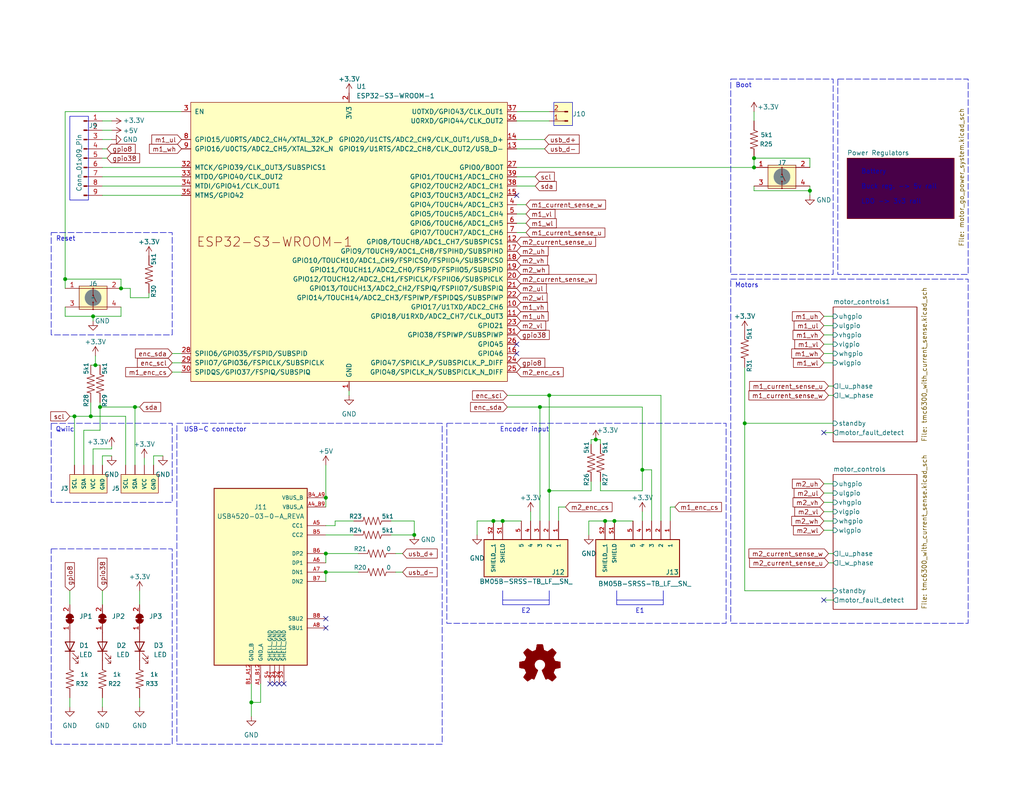
<source format=kicad_sch>
(kicad_sch (version 20230121) (generator eeschema)
  (paper "USLetter")
  (title_block (title "miniMotorGo") (date "2023-05-01") (rev "1.1") (company "12 Robot Project"))
  (lib_symbols
    (symbol "BM05B-SRSS-TB_LF__SN_:BM05B-SRSS-TB_LF__SN_" (pin_names (offset 1.016))
      (property "Reference" "J" (at -5.08 10.922 0))
      (property "Value" "BM05B-SRSS-TB_LF__SN_" (at -5.08 -15.24 0))
      (symbol "BM05B-SRSS-TB_LF__SN__0_0"
        (pin passive line (at -10.16 7.62 0) (length 5.08) (name "1") (number "1"))
        (pin passive line (at -10.16 5.08 0) (length 5.08) (name "2") (number "2"))
        (pin passive line (at -10.16 2.54 0) (length 5.08) (name "3") (number "3"))
        (pin passive line (at -10.16 0 0) (length 5.08) (name "4") (number "4"))
        (pin passive line (at -10.16 -2.54 0) (length 5.08) (name "5") (number "5"))
        (pin passive line (at -10.16 -7.62 0) (length 5.08) (name "SHIELD") (number "S1"))
        (pin passive line (at -10.16 -10.16 0) (length 5.08) (name "SHIELD__1") (number "S2"))
      )
    )
    (symbol "Connector:Conn_01x02_Pin" (pin_names (offset 1.016) hide)
      (property "Reference" "J" (at 0 2.54 0))
      (property "Value" "Conn_01x02_Pin" (at 0 -5.08 0))
      (symbol "Conn_01x02_Pin_1_1"
        (pin passive line (at 5.08 0 180) (length 3.81) (name "Pin_1") (number "1"))
        (pin passive line (at 5.08 -2.54 180) (length 3.81) (name "Pin_2") (number "2"))
      )
    )
    (symbol "Connector:Conn_01x09_Pin" (pin_names (offset 1.016) hide)
      (property "Reference" "J" (at 0 12.7 0))
      (property "Value" "Conn_01x09_Pin" (at 0 -12.7 0))
      (symbol "Conn_01x09_Pin_1_1"
        (pin passive line (at 5.08 10.16 180) (length 3.81) (name "Pin_1") (number "1"))
        (pin passive line (at 5.08 7.62 180) (length 3.81) (name "Pin_2") (number "2"))
        (pin passive line (at 5.08 5.08 180) (length 3.81) (name "Pin_3") (number "3"))
        (pin passive line (at 5.08 2.54 180) (length 3.81) (name "Pin_4") (number "4"))
        (pin passive line (at 5.08 0 180) (length 3.81) (name "Pin_5") (number "5"))
        (pin passive line (at 5.08 -2.54 180) (length 3.81) (name "Pin_6") (number "6"))
        (pin passive line (at 5.08 -5.08 180) (length 3.81) (name "Pin_7") (number "7"))
        (pin passive line (at 5.08 -7.62 180) (length 3.81) (name "Pin_8") (number "8"))
        (pin passive line (at 5.08 -10.16 180) (length 3.81) (name "Pin_9") (number "9"))
      )
    )
    (symbol "Device:LED" (pin_numbers hide) (pin_names (offset 1.016) hide)
      (property "Reference" "D" (at 0 2.54 0))
      (property "Value" "LED" (at 0 -2.54 0))
      (symbol "LED_1_1"
        (pin passive line (at -3.81 0 0) (length 2.54) (name "K") (number "1"))
        (pin passive line (at 3.81 0 180) (length 2.54) (name "A") (number "2"))
      )
    )
    (symbol "Graphic:Logo_Open_Hardware_Small" (in_bom no) (on_board no))
    (symbol "Jumper:SolderJumper_2_Bridged" (pin_names (offset 0) hide)
      (property "Reference" "JP" (at 0 2.032 0))
      (property "Value" "SolderJumper_2_Bridged" (at 0 -2.54 0))
      (symbol "SolderJumper_2_Bridged_1_1"
        (pin passive line (at -3.81 0 0) (length 2.54) (name "A") (number "1"))
        (pin passive line (at 3.81 0 180) (length 2.54) (name "B") (number "2"))
      )
    )
    (symbol "USB4520-03-0-A_REVA:USB4520-03-0-A_REVA" (pin_names (offset 1.016))
      (property "Reference" "J11" (at 0 19.05 0))
      (property "Value" "USB4520-03-0-A_REVA" (at 0 16.51 0))
      (symbol "USB4520-03-0-A_REVA_0_0"
        (pin power_in line (at 0 -29.21 90) (length 5.08) (name "GND_A") (number "A1_B12"))
        (pin power_in line (at 17.78 19.05 180) (length 5.08) (name "VBUS_A") (number "A4_B9"))
        (pin bidirectional line (at 17.78 13.97 180) (length 5.08) (name "CC1") (number "A5"))
        (pin bidirectional line (at 17.78 3.81 180) (length 5.08) (name "DP1") (number "A6"))
        (pin bidirectional line (at 17.78 1.27 180) (length 5.08) (name "DN1") (number "A7"))
        (pin bidirectional line (at 17.78 -13.97 180) (length 5.08) (name "SBU1") (number "A8"))
        (pin power_in line (at -2.54 -29.21 90) (length 5.08) (name "GND_B") (number "B1_A12"))
        (pin power_in line (at 17.78 21.59 180) (length 5.08) (name "VBUS_B") (number "B4_A9"))
        (pin bidirectional line (at 17.78 11.43 180) (length 5.08) (name "CC2") (number "B5"))
        (pin bidirectional line (at 17.78 6.35 180) (length 5.08) (name "DP2") (number "B6"))
        (pin bidirectional line (at 17.78 -1.27 180) (length 5.08) (name "DN2") (number "B7"))
        (pin bidirectional line (at 17.78 -11.43 180) (length 5.08) (name "SBU2") (number "B8"))
        (pin power_in line (at 3.81 -29.21 90) (length 5.08) (name "SHELL_GND") (number "S1"))
        (pin power_in line (at 5.08 -29.21 90) (length 5.08) (name "SHELL_GND") (number "S2"))
        (pin power_in line (at 6.35 -29.21 90) (length 5.08) (name "SHELL_GND") (number "S3"))
        (pin power_in line (at 2.54 -29.21 90) (length 5.08) (name "SHELL_GND") (number "S4"))
      )
    )
    (symbol "espressif_github:ESP32-S3-WROOM-1" (pin_names (offset 1.016))
      (property "Reference" "U" (at -43.18 43.18 0))
      (property "Value" "ESP32-S3-WROOM-1" (at -43.18 40.64 0))
      (symbol "ESP32-S3-WROOM-1_0_0"
        (text "ESP32-S3-WROOM-1" (at -20.32 0 0) (effects (font (size 2.54 2.54))))
        (pin power_in line (at 0 -40.64 90) (length 2.54) (name "GND") (number "1"))
        (pin bidirectional line (at 45.72 -17.78 180) (length 2.54) (name "GPIO17/U1TXD/ADC2_CH6") (number "10"))
        (pin bidirectional line (at 45.72 -20.32 180) (length 2.54) (name "GPIO18/U1RXD/ADC2_CH7/CLK_OUT3") (number "11"))
        (pin bidirectional line (at 45.72 0 180) (length 2.54) (name "GPIO8/TOUCH8/ADC1_CH7/SUBSPICS1") (number "12"))
        (pin bidirectional line (at 45.72 25.4 180) (length 2.54) (name "GPIO19/U1RTS/ADC2_CH8/CLK_OUT2/USB_D-") (number "13"))
        (pin bidirectional line (at 45.72 27.94 180) (length 2.54) (name "GPIO20/U1CTS/ADC2_CH9/CLK_OUT1/USB_D+") (number "14"))
        (pin bidirectional line (at 45.72 12.7 180) (length 2.54) (name "GPIO3/TOUCH3/ADC1_CH2") (number "15"))
        (pin bidirectional line (at 45.72 -30.48 180) (length 2.54) (name "GPIO46") (number "16"))
        (pin bidirectional line (at 45.72 -2.54 180) (length 2.54) (name "GPIO9/TOUCH9/ADC1_CH8/FSPIHD/SUBSPIHD") (number "17"))
        (pin bidirectional line (at 45.72 -5.08 180) (length 2.54) (name "GPIO10/TOUCH10/ADC1_CH9/FSPICS0/FSPIIO4/SUBSPICS0") (number "18"))
        (pin bidirectional line (at 45.72 -7.62 180) (length 2.54) (name "GPIO11/TOUCH11/ADC2_CH0/FSPID/FSPIIO5/SUBSPID") (number "19"))
        (pin power_in line (at 0 40.64 270) (length 2.54) (name "3V3") (number "2"))
        (pin bidirectional line (at 45.72 -10.16 180) (length 2.54) (name "GPIO12/TOUCH12/ADC2_CH1/FSPICLK/FSPIIO6/SUBSPICLK") (number "20"))
        (pin bidirectional line (at 45.72 -12.7 180) (length 2.54) (name "GPIO13/TOUCH13/ADC2_CH2/FSPIQ/FSPIIO7/SUBSPIQ") (number "21"))
        (pin bidirectional line (at 45.72 -15.24 180) (length 2.54) (name "GPIO14/TOUCH14/ADC2_CH3/FSPIWP/FSPIDQS/SUBSPIWP") (number "22"))
        (pin bidirectional line (at 45.72 -22.86 180) (length 2.54) (name "GPIO21") (number "23"))
        (pin bidirectional line (at 45.72 -33.02 180) (length 2.54) (name "GPIO47/SPICLK_P/SUBSPICLK_P_DIFF") (number "24"))
        (pin bidirectional line (at 45.72 -35.56 180) (length 2.54) (name "GPIO48/SPICLK_N/SUBSPICLK_N_DIFF") (number "25"))
        (pin bidirectional line (at 45.72 -27.94 180) (length 2.54) (name "GPIO45") (number "26"))
        (pin bidirectional line (at 45.72 20.32 180) (length 2.54) (name "GPIO0/BOOT") (number "27"))
        (pin bidirectional line (at -45.72 -30.48 0) (length 2.54) (name "SPIIO6/GPIO35/FSPID/SUBSPID") (number "28"))
        (pin bidirectional line (at -45.72 -33.02 0) (length 2.54) (name "SPIIO7/GPIO36/FSPICLK/SUBSPICLK") (number "29"))
        (pin input line (at -45.72 35.56 0) (length 2.54) (name "EN") (number "3"))
        (pin bidirectional line (at -45.72 -35.56 0) (length 2.54) (name "SPIDQS/GPIO37/FSPIQ/SUBSPIQ") (number "30"))
        (pin bidirectional line (at 45.72 -25.4 180) (length 2.54) (name "GPIO38/FSPIWP/SUBSPIWP") (number "31"))
        (pin bidirectional line (at -45.72 20.32 0) (length 2.54) (name "MTCK/GPIO39/CLK_OUT3/SUBSPICS1") (number "32"))
        (pin bidirectional line (at -45.72 17.78 0) (length 2.54) (name "MTDO/GPIO40/CLK_OUT2") (number "33"))
        (pin bidirectional line (at -45.72 15.24 0) (length 2.54) (name "MTDI/GPIO41/CLK_OUT1") (number "34"))
        (pin bidirectional line (at -45.72 12.7 0) (length 2.54) (name "MTMS/GPIO42") (number "35"))
        (pin bidirectional line (at 45.72 33.02 180) (length 2.54) (name "U0RXD/GPIO44/CLK_OUT2") (number "36"))
        (pin bidirectional line (at 45.72 35.56 180) (length 2.54) (name "U0TXD/GPIO43/CLK_OUT1") (number "37"))
        (pin bidirectional line (at 45.72 15.24 180) (length 2.54) (name "GPIO2/TOUCH2/ADC1_CH1") (number "38"))
        (pin bidirectional line (at 45.72 17.78 180) (length 2.54) (name "GPIO1/TOUCH1/ADC1_CH0") (number "39"))
        (pin bidirectional line (at 45.72 10.16 180) (length 2.54) (name "GPIO4/TOUCH4/ADC1_CH3") (number "4"))
        (pin passive line (at 0 -40.64 90) (length 2.54) hide (name "GND") (number "40"))
        (pin passive line (at 0 -40.64 90) (length 2.54) hide (name "GND") (number "41"))
        (pin bidirectional line (at 45.72 7.62 180) (length 2.54) (name "GPIO5/TOUCH5/ADC1_CH4") (number "5"))
        (pin bidirectional line (at 45.72 5.08 180) (length 2.54) (name "GPIO6/TOUCH6/ADC1_CH5") (number "6"))
        (pin bidirectional line (at 45.72 2.54 180) (length 2.54) (name "GPIO7/TOUCH7/ADC1_CH6") (number "7"))
        (pin bidirectional line (at -45.72 27.94 0) (length 2.54) (name "GPIO15/U0RTS/ADC2_CH4/XTAL_32K_P") (number "8"))
        (pin bidirectional line (at -45.72 25.4 0) (length 2.54) (name "GPIO16/U0CTS/ADC2_CH5/XTAL_32K_N") (number "9"))
      )
    )
    (symbol "motorgo_components:PTS526_Tactile_Switch"
      (property "Reference" "J" (at -2.54 4.445 0))
      (symbol "PTS526_Tactile_Switch_1_1"
        (pin input line (at -7.62 2.54 0) (length 3.81) (name "") (number "1"))
        (pin input line (at 7.62 2.54 180) (length 3.81) (name "") (number "2"))
        (pin input line (at -7.62 -2.54 0) (length 3.81) (name "") (number "3"))
        (pin input line (at 7.62 -2.54 180) (length 3.81) (name "") (number "4"))
      )
    )
    (symbol "power:+3.3V" (power) (pin_names (offset 0))
      (property "Value" "+3.3V" (at 0 3.556 0))
      (symbol "+3.3V_1_1"
        (pin power_in line (at 0 0 90) (length 0) hide (name "+3.3V") (number "1"))
      )
    )
    (symbol "power:+5V" (power) (pin_names (offset 0))
      (property "Value" "+5V" (at 0 3.556 0))
      (symbol "+5V_1_1"
        (pin power_in line (at 0 0 90) (length 0) hide (name "+5V") (number "1"))
      )
    )
    (symbol "power:GND" (power) (pin_names (offset 0))
      (property "Value" "GND" (at 0 -3.81 0))
      (symbol "GND_1_1"
        (pin power_in line (at 0 0 270) (length 0) hide (name "GND") (number "1"))
      )
    )
    (symbol "sparkfun_connectors:I2C_STANDARDQWIIC" (pin_numbers hide) (pin_names (offset 1.016))
      (property "Reference" "J" (at -5.08 10.16 0))
      (property "Value" "I2C_STANDARDQWIIC" (at -5.08 -3.81 0))
      (property "Field4" "CONN-13729" (at 0 13.97 0))
      (symbol "I2C_STANDARDQWIIC_1_1"
        (pin power_in line (at 2.54 0 180) (length 2.54) (name "GND") (number "1"))
        (pin power_in line (at 2.54 2.54 180) (length 2.54) (name "VCC") (number "2"))
        (pin passive line (at 2.54 5.08 180) (length 2.54) (name "SDA") (number "3"))
        (pin passive line (at 2.54 7.62 180) (length 2.54) (name "SCL") (number "4"))
      )
    )
    (symbol "sparkfun_resistors:RESISTOR0603" (pin_numbers hide) (pin_names (offset 1.016) hide)
      (property "Reference" "R" (at -5.08 1.27 0))
      (property "Value" "RESISTOR0603" (at -5.08 -3.81 0))
      (property "Field4" " " (at 0 5.08 0))
      (symbol "RESISTOR0603_1_1"
        (pin passive line (at -5.08 0 0) (length 2.54) (name "1") (number "1"))
        (pin passive line (at 5.08 0 180) (length 2.54) (name "2") (number "2"))
      )
    )
  )
  (junction (at 24.765 113.665))
  (junction (at 165.1 142.24))
  (junction (at 17.78 76.2))
  (junction (at 88.9 151.13))
  (junction (at 137.16 142.24))
  (junction (at 149.86 107.95))
  (junction (at 68.58 191.77))
  (junction (at 27.305 111.125))
  (junction (at 203.2 115.57))
  (junction (at 33.02 78.74))
  (junction (at 26.035 99.695))
  (junction (at 175.26 128.27))
  (junction (at 20.32 113.665))
  (junction (at 220.98 52.07))
  (junction (at 149.86 133.985))
  (junction (at 167.64 142.24))
  (junction (at 205.74 45.72))
  (junction (at 162.56 120.015))
  (junction (at 205.74 43.18))
  (junction (at 113.03 146.05))
  (junction (at 25.4 86.36))
  (junction (at 147.32 111.125))
  (junction (at 36.83 111.125))
  (junction (at 88.9 135.89))
  (junction (at 88.9 156.21))
  (junction (at 134.62 142.24))
  (no_connect (at 88.9 171.45))
  (no_connect (at 140.97 96.52))
  (no_connect (at 224.79 118.11))
  (no_connect (at 73.66 186.69))
  (no_connect (at 88.9 168.91))
  (no_connect (at 140.97 93.98))
  (no_connect (at 224.79 163.83))
  (no_connect (at 77.47 186.69))
  (no_connect (at 76.2 186.69))
  (no_connect (at 74.93 186.69))
  (no_connect (at 140.97 53.34))
  (wire (pts (xy 38.1 111.125) (xy 36.83 111.125)))
  (wire (pts (xy 46.99 96.52) (xy 49.53 96.52)))
  (wire (pts (xy 137.16 142.24) (xy 142.24 142.24)))
  (wire (pts (xy 27.94 43.18) (xy 29.21 43.18)))
  (wire (pts (xy 35.56 81.28) (xy 40.64 81.28)))
  (wire (pts (xy 26.035 97.155) (xy 26.035 99.695)))
  (polyline (pts (xy 137.16 163.83) (xy 149.86 163.83)))
  (wire (pts (xy 107.95 151.13) (xy 109.855 151.13)))
  (wire (pts (xy 68.58 186.69) (xy 68.58 191.77)))
  (wire (pts (xy 20.32 113.665) (xy 20.32 127)))
  (wire (pts (xy 27.94 48.26) (xy 49.53 48.26)))
  (wire (pts (xy 88.9 156.21) (xy 88.9 158.75)))
  (wire (pts (xy 88.9 135.89) (xy 88.9 138.43)))
  (wire (pts (xy 146.05 48.26) (xy 140.97 48.26)))
  (wire (pts (xy 162.56 120.015) (xy 163.83 120.015)))
  (wire (pts (xy 226.06 153.67) (xy 227.33 153.67)))
  (wire (pts (xy 220.98 43.18) (xy 205.74 43.18)))
  (wire (pts (xy 143.51 58.42) (xy 140.97 58.42)))
  (wire (pts (xy 154.305 138.43) (xy 152.4 138.43)))
  (wire (pts (xy 113.03 142.24) (xy 113.03 146.05)))
  (wire (pts (xy 95.25 107.95) (xy 95.25 106.68)))
  (wire (pts (xy 143.51 60.96) (xy 140.97 60.96)))
  (wire (pts (xy 224.79 134.62) (xy 227.33 134.62)))
  (wire (pts (xy 88.9 143.51) (xy 91.44 143.51)))
  (wire (pts (xy 91.44 142.24) (xy 96.52 142.24)))
  (wire (pts (xy 220.98 52.07) (xy 220.98 53.34)))
  (wire (pts (xy 226.06 151.13) (xy 227.33 151.13)))
  (wire (pts (xy 27.94 53.34) (xy 49.53 53.34)))
  (wire (pts (xy 27.305 111.125) (xy 36.83 111.125)))
  (wire (pts (xy 27.94 190.5) (xy 27.94 193.04)))
  (wire (pts (xy 224.79 163.83) (xy 227.33 163.83)))
  (wire (pts (xy 175.26 139.7) (xy 175.26 142.24)))
  (wire (pts (xy 149.86 142.24) (xy 149.86 133.985)))
  (wire (pts (xy 27.94 124.46) (xy 27.94 127)))
  (wire (pts (xy 140.97 40.64) (xy 148.59 40.64)))
  (wire (pts (xy 140.97 50.8) (xy 146.05 50.8)))
  (wire (pts (xy 203.2 115.57) (xy 203.2 161.29)))
  (wire (pts (xy 163.83 131.445) (xy 163.83 133.985)))
  (wire (pts (xy 88.9 151.13) (xy 97.79 151.13)))
  (wire (pts (xy 226.06 105.41) (xy 227.33 105.41)))
  (wire (pts (xy 130.175 142.24) (xy 130.175 146.05)))
  (wire (pts (xy 107.95 156.21) (xy 109.855 156.21)))
  (wire (pts (xy 24.765 99.695) (xy 26.035 99.695)))
  (wire (pts (xy 180.34 107.95) (xy 180.34 142.24)))
  (wire (pts (xy 224.79 86.36) (xy 227.33 86.36)))
  (wire (pts (xy 140.97 45.72) (xy 205.74 45.72)))
  (wire (pts (xy 33.02 83.82) (xy 33.02 86.36)))
  (wire (pts (xy 88.9 127) (xy 88.9 135.89)))
  (wire (pts (xy 177.8 128.27) (xy 175.26 128.27)))
  (wire (pts (xy 41.91 127) (xy 41.91 124.46)))
  (wire (pts (xy 138.43 111.125) (xy 147.32 111.125)))
  (wire (pts (xy 224.79 139.7) (xy 227.33 139.7)))
  (wire (pts (xy 161.29 120.015) (xy 161.29 121.285)))
  (wire (pts (xy 220.98 45.72) (xy 220.98 43.18)))
  (wire (pts (xy 27.94 40.64) (xy 29.21 40.64)))
  (wire (pts (xy 27.94 38.1) (xy 30.48 38.1)))
  (wire (pts (xy 140.97 38.1) (xy 148.59 38.1)))
  (wire (pts (xy 22.86 117.475) (xy 27.305 117.475)))
  (wire (pts (xy 224.79 137.16) (xy 227.33 137.16)))
  (wire (pts (xy 143.51 55.88) (xy 140.97 55.88)))
  (wire (pts (xy 220.98 50.8) (xy 220.98 52.07)))
  (polyline (pts (xy 180.975 161.29) (xy 180.975 165.1)))
  (wire (pts (xy 177.8 128.27) (xy 177.8 142.24)))
  (wire (pts (xy 130.175 142.24) (xy 134.62 142.24)))
  (wire (pts (xy 134.62 142.24) (xy 137.16 142.24)))
  (wire (pts (xy 226.06 107.95) (xy 227.33 107.95)))
  (wire (pts (xy 27.94 161.29) (xy 27.94 165.1)))
  (wire (pts (xy 24.765 109.855) (xy 24.765 113.665)))
  (wire (pts (xy 167.64 142.24) (xy 165.1 142.24)))
  (wire (pts (xy 19.05 190.5) (xy 19.05 193.04)))
  (wire (pts (xy 182.88 138.43) (xy 182.88 142.24)))
  (wire (pts (xy 160.655 142.24) (xy 160.655 146.05)))
  (wire (pts (xy 38.1 161.29) (xy 38.1 165.1)))
  (wire (pts (xy 33.02 78.74) (xy 33.02 76.2)))
  (wire (pts (xy 224.79 91.44) (xy 227.33 91.44)))
  (polyline (pts (xy 168.275 163.83) (xy 180.975 163.83)))
  (wire (pts (xy 161.29 131.445) (xy 161.29 133.985)))
  (wire (pts (xy 17.78 30.48) (xy 17.78 76.2)))
  (wire (pts (xy 140.97 33.02) (xy 149.86 33.02)))
  (wire (pts (xy 39.37 125.095) (xy 39.37 127)))
  (wire (pts (xy 163.83 120.015) (xy 163.83 121.285)))
  (wire (pts (xy 203.2 161.29) (xy 227.33 161.29)))
  (wire (pts (xy 68.58 191.77) (xy 71.12 191.77)))
  (wire (pts (xy 224.79 96.52) (xy 227.33 96.52)))
  (wire (pts (xy 224.79 99.06) (xy 227.33 99.06)))
  (wire (pts (xy 147.32 111.125) (xy 147.32 142.24)))
  (wire (pts (xy 88.9 151.13) (xy 88.9 153.67)))
  (wire (pts (xy 224.79 88.9) (xy 227.33 88.9)))
  (wire (pts (xy 27.94 50.8) (xy 49.53 50.8)))
  (wire (pts (xy 30.48 122.555) (xy 25.4 122.555)))
  (wire (pts (xy 138.43 107.95) (xy 149.86 107.95)))
  (wire (pts (xy 144.78 139.7) (xy 144.78 142.24)))
  (wire (pts (xy 30.48 121.92) (xy 30.48 122.555)))
  (wire (pts (xy 36.83 111.125) (xy 36.83 127)))
  (wire (pts (xy 113.03 146.05) (xy 106.68 146.05)))
  (wire (pts (xy 26.035 99.695) (xy 27.305 99.695)))
  (wire (pts (xy 27.94 33.02) (xy 30.48 33.02)))
  (polyline (pts (xy 149.86 161.29) (xy 149.86 165.1)))
  (wire (pts (xy 161.29 120.015) (xy 162.56 120.015)))
  (wire (pts (xy 143.51 63.5) (xy 140.97 63.5)))
  (wire (pts (xy 172.72 142.24) (xy 167.64 142.24)))
  (wire (pts (xy 149.86 133.985) (xy 161.29 133.985)))
  (wire (pts (xy 106.68 142.24) (xy 113.03 142.24)))
  (wire (pts (xy 68.58 191.77) (xy 68.58 195.58)))
  (wire (pts (xy 25.4 122.555) (xy 25.4 127)))
  (wire (pts (xy 163.83 133.985) (xy 175.26 133.985)))
  (wire (pts (xy 41.91 124.46) (xy 44.45 124.46)))
  (wire (pts (xy 27.305 109.855) (xy 27.305 111.125)))
  (wire (pts (xy 152.4 138.43) (xy 152.4 142.24)))
  (wire (pts (xy 205.74 45.72) (xy 205.74 43.18)))
  (wire (pts (xy 17.78 83.82) (xy 17.78 86.36)))
  (wire (pts (xy 19.05 161.29) (xy 19.05 165.1)))
  (wire (pts (xy 184.15 138.43) (xy 182.88 138.43)))
  (wire (pts (xy 17.78 76.2) (xy 33.02 76.2)))
  (wire (pts (xy 27.94 45.72) (xy 49.53 45.72)))
  (wire (pts (xy 35.56 81.28) (xy 35.56 78.74)))
  (wire (pts (xy 25.4 86.36) (xy 33.02 86.36)))
  (wire (pts (xy 140.97 30.48) (xy 149.86 30.48)))
  (wire (pts (xy 24.765 113.665) (xy 20.32 113.665)))
  (wire (pts (xy 40.64 80.01) (xy 40.64 81.28)))
  (wire (pts (xy 165.1 142.24) (xy 160.655 142.24)))
  (wire (pts (xy 27.305 117.475) (xy 27.305 111.125)))
  (wire (pts (xy 203.2 100.33) (xy 203.2 115.57)))
  (wire (pts (xy 30.48 124.46) (xy 27.94 124.46)))
  (wire (pts (xy 24.765 113.665) (xy 34.29 113.665)))
  (wire (pts (xy 203.2 115.57) (xy 227.33 115.57)))
  (wire (pts (xy 22.86 127) (xy 22.86 117.475)))
  (wire (pts (xy 20.32 113.665) (xy 19.05 113.665)))
  (polyline (pts (xy 168.275 165.1) (xy 180.975 165.1)))
  (wire (pts (xy 46.99 101.6) (xy 49.53 101.6)))
  (wire (pts (xy 175.26 133.985) (xy 175.26 128.27)))
  (wire (pts (xy 175.26 111.125) (xy 175.26 128.27)))
  (wire (pts (xy 25.4 86.36) (xy 25.4 87.63)))
  (wire (pts (xy 88.9 146.05) (xy 96.52 146.05)))
  (wire (pts (xy 224.79 132.08) (xy 227.33 132.08)))
  (wire (pts (xy 34.29 113.665) (xy 34.29 127)))
  (polyline (pts (xy 137.16 165.1) (xy 149.86 165.1)))
  (wire (pts (xy 205.74 52.07) (xy 220.98 52.07)))
  (wire (pts (xy 224.79 142.24) (xy 227.33 142.24)))
  (wire (pts (xy 91.44 143.51) (xy 91.44 142.24)))
  (wire (pts (xy 224.79 118.11) (xy 227.33 118.11)))
  (wire (pts (xy 46.99 99.06) (xy 49.53 99.06)))
  (wire (pts (xy 88.9 156.21) (xy 97.79 156.21)))
  (wire (pts (xy 38.1 190.5) (xy 38.1 193.04)))
  (wire (pts (xy 149.86 107.95) (xy 149.86 133.985)))
  (polyline (pts (xy 137.16 161.29) (xy 137.16 165.1)))
  (wire (pts (xy 49.53 30.48) (xy 17.78 30.48)))
  (wire (pts (xy 35.56 78.74) (xy 33.02 78.74)))
  (wire (pts (xy 205.74 30.48) (xy 205.74 33.02)))
  (polyline (pts (xy 168.275 161.29) (xy 168.275 165.1)))
  (wire (pts (xy 224.79 144.78) (xy 227.33 144.78)))
  (wire (pts (xy 149.86 107.95) (xy 180.34 107.95)))
  (wire (pts (xy 205.74 50.8) (xy 205.74 52.07)))
  (wire (pts (xy 17.78 76.2) (xy 17.78 78.74)))
  (wire (pts (xy 17.78 86.36) (xy 25.4 86.36)))
  (wire (pts (xy 71.12 186.69) (xy 71.12 191.77)))
  (wire (pts (xy 224.79 93.98) (xy 227.33 93.98)))
  (wire (pts (xy 147.32 111.125) (xy 175.26 111.125)))
  (wire (pts (xy 27.94 35.56) (xy 30.48 35.56)))
  (rectangle (start 19.05 31.75) (end 24.13 54.61))
  (rectangle (start 13.97 63.5) (end 46.99 91.44) (stroke (width 0) (type dash)))
  (rectangle (start 13.97 149.86) (end 46.99 203.2) (stroke (width 0) (type dash)))
  (rectangle (start 151.13 27.94) (end 156.21 34.29) (fill (type color) (color 255 255 194 1)))
  (rectangle (start 199.39 76.2) (end 264.16 170.18) (stroke (width 0) (type dash)))
  (rectangle (start 48.26 115.57) (end 120.65 203.2) (stroke (width 0) (type dash)))
  (rectangle (start 13.97 115.57) (end 46.99 137.16) (stroke (width 0) (type dash)))
  (rectangle (start 121.92 115.57) (end 198.12 170.18) (stroke (width 0) (type dash)))
  (rectangle (start 228.6 21.59) (end 264.16 74.93) (stroke (width 0) (type dash)))
  (rectangle (start 199.39 21.59) (end 227.33 74.93) (stroke (width 0) (type dash)))
  (text "USB-C connector\n" (at 67.31 118.11 0) (effects (font (size 1.27 1.27)) (justify right bottom)))
  (text "Motors" (at 207.01 78.74 0) (effects (font (size 1.27 1.27)) (justify right bottom)))
  (text "Boot" (at 200.66 24.13 0) (effects (font (size 1.27 1.27)) (justify left bottom)))
  (text "E2" (at 144.78 167.64 0) (effects (font (size 1.27 1.27)) (justify right bottom)))
  (text "Qwiic" (at 20.32 118.11 0) (effects (font (size 1.27 1.27)) (justify right bottom)))
  (text "Encoder input" (at 149.86 118.11 0) (effects (font (size 1.27 1.27)) (justify right bottom)))
  (text "E1" (at 175.895 167.64 0) (effects (font (size 1.27 1.27)) (justify right bottom)))
  (text "Reset" (at 15.24 66.04 0) (effects (font (size 1.27 1.27)) (justify left bottom)))
  (text "Battery\n\nBuck reg. -> 5v rail\n\nLDO -> 3v3 rail" (at 234.95 55.88 0) (effects (font (size 1.27 1.27)) (justify left bottom)))
  (global_label "m1_vh" (shape input) (at 140.97 83.82 0) (property "Intersheetrefs" "${INTERSHEET_REFS}" (effects hide)))
  (global_label "m2_enc_cs" (shape input) (at 140.97 101.6 0) (property "Intersheetrefs" "${INTERSHEET_REFS}" (effects hide)))
  (global_label "m2_vh" (shape input) (at 140.97 71.12 0) (property "Intersheetrefs" "${INTERSHEET_REFS}" (effects hide)))
  (global_label "enc_sda" (shape input) (at 46.99 96.52 180) (property "Intersheetrefs" "${INTERSHEET_REFS}" (effects hide)))
  (global_label "m2_wl" (shape input) (at 140.97 81.28 0) (property "Intersheetrefs" "${INTERSHEET_REFS}" (effects hide)))
  (global_label "m1_uh" (shape input) (at 224.79 86.36 180) (property "Intersheetrefs" "${INTERSHEET_REFS}" (effects hide)))
  (global_label "gpio38" (shape input) (at 140.97 91.44 0) (property "Intersheetrefs" "${INTERSHEET_REFS}" (effects hide)))
  (global_label "usb_d+" (shape input) (at 148.59 38.1 0) (property "Intersheetrefs" "${INTERSHEET_REFS}" (effects hide)))
  (global_label "m2_wl" (shape input) (at 224.79 144.78 180) (property "Intersheetrefs" "${INTERSHEET_REFS}" (effects hide)))
  (global_label "m2_current_sense_w" (shape input) (at 140.97 76.2 0) (property "Intersheetrefs" "${INTERSHEET_REFS}" (effects hide)))
  (global_label "m2_enc_cs" (shape input) (at 154.305 138.43 0) (property "Intersheetrefs" "${INTERSHEET_REFS}" (effects hide)))
  (global_label "gpio8" (shape input) (at 29.21 40.64 0) (property "Intersheetrefs" "${INTERSHEET_REFS}" (effects hide)))
  (global_label "m2_wh" (shape input) (at 224.79 142.24 180) (property "Intersheetrefs" "${INTERSHEET_REFS}" (effects hide)))
  (global_label "m2_ul" (shape input) (at 224.79 134.62 180) (property "Intersheetrefs" "${INTERSHEET_REFS}" (effects hide)))
  (global_label "m2_uh" (shape input) (at 224.79 132.08 180) (property "Intersheetrefs" "${INTERSHEET_REFS}" (effects hide)))
  (global_label "m1_ul" (shape input) (at 49.53 38.1 180) (property "Intersheetrefs" "${INTERSHEET_REFS}" (effects hide)))
  (global_label "m1_uh" (shape input) (at 140.97 86.36 0) (property "Intersheetrefs" "${INTERSHEET_REFS}" (effects hide)))
  (global_label "usb_d-" (shape input) (at 148.59 40.64 0) (property "Intersheetrefs" "${INTERSHEET_REFS}" (effects hide)))
  (global_label "m1_wl" (shape input) (at 143.51 60.96 0) (property "Intersheetrefs" "${INTERSHEET_REFS}" (effects hide)))
  (global_label "m1_current_sense_u" (shape input) (at 143.51 63.5 0) (property "Intersheetrefs" "${INTERSHEET_REFS}" (effects hide)))
  (global_label "m1_wh" (shape input) (at 49.53 40.64 180) (property "Intersheetrefs" "${INTERSHEET_REFS}" (effects hide)))
  (global_label "usb_d+" (shape input) (at 109.855 151.13 0) (property "Intersheetrefs" "${INTERSHEET_REFS}" (effects hide)))
  (global_label "gpio8" (shape input) (at 19.05 161.29 90) (property "Intersheetrefs" "${INTERSHEET_REFS}" (effects hide)))
  (global_label "enc_scl" (shape input) (at 46.99 99.06 180) (property "Intersheetrefs" "${INTERSHEET_REFS}" (effects hide)))
  (global_label "m1_wl" (shape input) (at 224.79 99.06 180) (property "Intersheetrefs" "${INTERSHEET_REFS}" (effects hide)))
  (global_label "m2_current_sense_w" (shape input) (at 226.06 151.13 180) (property "Intersheetrefs" "${INTERSHEET_REFS}" (effects hide)))
  (global_label "m2_current_sense_u" (shape input) (at 226.06 153.67 180) (property "Intersheetrefs" "${INTERSHEET_REFS}" (effects hide)))
  (global_label "enc_scl" (shape input) (at 138.43 107.95 180) (property "Intersheetrefs" "${INTERSHEET_REFS}" (effects hide)))
  (global_label "sda" (shape input) (at 38.1 111.125 0) (property "Intersheetrefs" "${INTERSHEET_REFS}" (effects hide)))
  (global_label "m1_vl" (shape input) (at 224.79 93.98 180) (property "Intersheetrefs" "${INTERSHEET_REFS}" (effects hide)))
  (global_label "m2_current_sense_u" (shape input) (at 140.97 66.04 0) (property "Intersheetrefs" "${INTERSHEET_REFS}" (effects hide)))
  (global_label "m1_current_sense_w" (shape input) (at 143.51 55.88 0) (property "Intersheetrefs" "${INTERSHEET_REFS}" (effects hide)))
  (global_label "m2_uh" (shape input) (at 140.97 68.58 0) (property "Intersheetrefs" "${INTERSHEET_REFS}" (effects hide)))
  (global_label "usb_d-" (shape input) (at 109.855 156.21 0) (property "Intersheetrefs" "${INTERSHEET_REFS}" (effects hide)))
  (global_label "m1_vh" (shape input) (at 224.79 91.44 180) (property "Intersheetrefs" "${INTERSHEET_REFS}" (effects hide)))
  (global_label "gpio38" (shape input) (at 27.94 161.29 90) (property "Intersheetrefs" "${INTERSHEET_REFS}" (effects hide)))
  (global_label "m2_wh" (shape input) (at 140.97 73.66 0) (property "Intersheetrefs" "${INTERSHEET_REFS}" (effects hide)))
  (global_label "sda" (shape input) (at 146.05 50.8 0) (property "Intersheetrefs" "${INTERSHEET_REFS}" (effects hide)))
  (global_label "m2_vl" (shape input) (at 140.97 88.9 0) (property "Intersheetrefs" "${INTERSHEET_REFS}" (effects hide)))
  (global_label "scl" (shape input) (at 146.05 48.26 0) (property "Intersheetrefs" "${INTERSHEET_REFS}" (effects hide)))
  (global_label "m1_current_sense_w" (shape input) (at 226.06 107.95 180) (property "Intersheetrefs" "${INTERSHEET_REFS}" (effects hide)))
  (global_label "m1_current_sense_u" (shape input) (at 226.06 105.41 180) (property "Intersheetrefs" "${INTERSHEET_REFS}" (effects hide)))
  (global_label "m1_enc_cs" (shape input) (at 184.15 138.43 0) (property "Intersheetrefs" "${INTERSHEET_REFS}" (effects hide)))
  (global_label "m1_enc_cs" (shape input) (at 46.99 101.6 180) (property "Intersheetrefs" "${INTERSHEET_REFS}" (effects hide)))
  (global_label "m1_wh" (shape input) (at 224.79 96.52 180) (property "Intersheetrefs" "${INTERSHEET_REFS}" (effects hide)))
  (global_label "gpio8" (shape input) (at 140.97 99.06 0) (property "Intersheetrefs" "${INTERSHEET_REFS}" (effects hide)))
  (global_label "scl" (shape input) (at 19.05 113.665 180) (property "Intersheetrefs" "${INTERSHEET_REFS}" (effects hide)))
  (global_label "m2_vh" (shape input) (at 224.79 137.16 180) (property "Intersheetrefs" "${INTERSHEET_REFS}" (effects hide)))
  (global_label "m2_vl" (shape input) (at 224.79 139.7 180) (property "Intersheetrefs" "${INTERSHEET_REFS}" (effects hide)))
  (global_label "m1_vl" (shape input) (at 143.51 58.42 0) (property "Intersheetrefs" "${INTERSHEET_REFS}" (effects hide)))
  (global_label "gpio38" (shape input) (at 29.21 43.18 0) (property "Intersheetrefs" "${INTERSHEET_REFS}" (effects hide)))
  (global_label "enc_sda" (shape input) (at 138.43 111.125 180) (property "Intersheetrefs" "${INTERSHEET_REFS}" (effects hide)))
  (global_label "m1_ul" (shape input) (at 224.79 88.9 180) (property "Intersheetrefs" "${INTERSHEET_REFS}" (effects hide)))
  (global_label "m2_ul" (shape input) (at 140.97 78.74 0) (property "Intersheetrefs" "${INTERSHEET_REFS}" (effects hide)))
  (symbol (lib_id "sparkfun_resistors:RESISTOR0603") (at 101.6 146.05 180) (unit 1)
    (property "Reference" "R24" (at 95.25 144.78 0) (effects (font (size 1.143 1.143)) (justify right)))
    (property "Value" "5k1" (at 104.14 144.78 0) (effects (font (size 1.143 1.143)) (justify right)))
    (property "Footprint" "Resistor_SMD:R_0402_1005Metric_Pad0.72x0.64mm_HandSolder" (effects hide))
    (property "Field4" " " (at 104.775 143.51 90) (effects (font (size 1.524 1.524)) (justify right)))
  )
  (symbol (lib_id "power:GND") (at 30.48 38.1 90) (unit 1)
    (property "Reference" "#PWR053" (effects hide))
    (property "Value" "GND" (at 35.56 38.1 90))
  )
  (symbol (lib_id "power:+3.3V") (at 95.25 25.4 0) (unit 1)
    (property "Reference" "#PWR024" (effects hide))
    (property "Value" "+3.3V" (at 95.25 21.59 0))
  )
  (symbol (lib_id "sparkfun_resistors:RESISTOR0603") (at 203.2 95.25 270) (unit 1)
    (property "Reference" "R31" (at 204.47 101.6 0) (effects (font (size 1.143 1.143)) (justify right)))
    (property "Value" "5k1" (at 204.47 92.71 0) (effects (font (size 1.143 1.143)) (justify right)))
    (property "Footprint" "Resistor_SMD:R_0402_1005Metric_Pad0.72x0.64mm_HandSolder" (effects hide))
    (property "Field4" " " (at 200.66 92.075 90) (effects (font (size 1.524 1.524)) (justify right)))
  )
  (symbol (lib_id "power:+3.3V") (at 205.74 30.48 0) (unit 1)
    (property "Reference" "#PWR043" (effects hide))
    (property "Value" "+3.3V" (at 209.55 29.21 0))
  )
  (symbol (lib_id "power:+3.3V") (at 40.64 69.85 0) (unit 1)
    (property "Reference" "#PWR046" (effects hide))
    (property "Value" "+3.3V" (at 40.64 66.04 0))
  )
  (symbol (lib_id "sparkfun_resistors:RESISTOR0603") (at 205.74 38.1 270) (unit 1)
    (property "Reference" "R25" (at 210.82 39.37 90) (effects (font (size 1.143 1.143)) (justify right)))
    (property "Value" "5k1" (at 210.82 36.83 90) (effects (font (size 1.143 1.143)) (justify right)))
    (property "Footprint" "Resistor_SMD:R_0402_1005Metric_Pad0.72x0.64mm_HandSolder" (effects hide))
    (property "Field4" " " (at 203.2 34.925 90) (effects (font (size 1.524 1.524)) (justify right)))
  )
  (symbol (lib_id "sparkfun_resistors:RESISTOR0603") (at 40.64 74.93 270) (unit 1)
    (property "Reference" "R30" (at 41.91 81.28 0) (effects (font (size 1.143 1.143)) (justify right)))
    (property "Value" "5k1" (at 41.91 72.39 0) (effects (font (size 1.143 1.143)) (justify right)))
    (property "Footprint" "Resistor_SMD:R_0402_1005Metric_Pad0.72x0.64mm_HandSolder" (effects hide))
    (property "Field4" " " (at 38.1 71.755 90) (effects (font (size 1.524 1.524)) (justify right)))
  )
  (symbol (lib_id "USB4520-03-0-A_REVA:USB4520-03-0-A_REVA") (at 71.12 157.48 0) (unit 1)
    (property "Reference" "J11" (at 71.12 138.43 0))
    (property "Value" "USB4520-03-0-A_REVA" (at 71.12 140.97 0))
    (property "Footprint" "aaa_motorgo_components:GCT_USB4520-03-0-A_REVA" (effects hide))
    (property "MAXIMUM_PACKAGE_HEIGHT" "2.46mm" (effects hide))
  )
  (symbol (lib_id "power:+3.3V") (at 162.56 120.015 0) (unit 1)
    (property "Reference" "#PWR044" (effects hide))
    (property "Value" "+3.3V" (at 165.735 117.475 0))
  )
  (symbol (lib_id "power:+3.3V") (at 26.035 97.155 0) (unit 1)
    (property "Reference" "#PWR045" (effects hide))
    (property "Value" "+3.3V" (at 26.035 93.345 0))
  )
  (symbol (lib_id "power:GND") (at 44.45 124.46 0) (unit 1)
    (property "Reference" "#PWR023" (effects hide))
    (property "Value" "GND" (at 44.45 129.54 0))
  )
  (symbol (lib_id "power:+3.3V") (at 38.1 161.29 0) (unit 1)
    (property "Reference" "#PWR051" (effects hide))
    (property "Value" "+3.3V" (at 38.1 157.48 0))
  )
  (symbol (lib_id "power:GND") (at 25.4 87.63 0) (unit 1)
    (property "Reference" "#PWR030" (effects hide))
    (property "Value" "GND" (at 27.94 87.63 0))
  )
  (symbol (lib_id "sparkfun_resistors:RESISTOR0603") (at 19.05 185.42 270) (unit 1)
    (property "Reference" "R32" (at 24.13 186.69 90) (effects (font (size 1.143 1.143)) (justify right)))
    (property "Value" "1k" (at 24.13 184.15 90) (effects (font (size 1.143 1.143)) (justify right)))
    (property "Footprint" "Resistor_SMD:R_0402_1005Metric_Pad0.72x0.64mm_HandSolder" (effects hide))
    (property "Field4" " " (at 16.51 182.245 90) (effects (font (size 1.524 1.524)) (justify right)))
  )
  (symbol (lib_id "power:GND") (at 30.48 124.46 0) (unit 1)
    (property "Reference" "#PWR040" (effects hide))
    (property "Value" "GND" (at 30.48 129.54 0))
  )
  (symbol (lib_id "espressif_github:ESP32-S3-WROOM-1") (at 95.25 66.04 0) (unit 1)
    (property "Reference" "U1" (at 97.2059 23.622 0) (effects (justify left)))
    (property "Value" "ESP32-S3-WROOM-1" (at 97.2059 26.162 0) (effects (justify left)))
    (property "Footprint" "aaa_espressif_github:ESP32-S3-WROOM-1" (effects hide))
    (property "Datasheet" "https://www.espressif.com/sites/default/files/documentation/esp32-s3-wroom-1_wroom-1u_datasheet_en.pdf" (effects hide))
  )
  (symbol (lib_id "BM05B-SRSS-TB_LF__SN_:BM05B-SRSS-TB_LF__SN_") (at 144.78 152.4 270) (unit 1)
    (property "Reference" "J12" (at 150.495 156.21 90) (effects (justify left)))
    (property "Value" "BM05B-SRSS-TB_LF__SN_" (at 130.81 158.75 90) (effects (justify left)))
    (property "Footprint" "SnapEDA Library:JST_BM05B-SRSS-TB_LF__SN_" (effects hide))
    (property "PARTREV" "N/A" (effects hide))
    (property "SNAPEDA_PN" "BM05B-SRSS-TB(LF)(SN)" (effects hide))
    (property "STANDARD" "Manufacturer Recommendations" (effects hide))
    (property "MAXIMUM_PACKAGE_HEIGHT" "6.3 mm" (effects hide))
    (property "MANUFACTURER" "JST Sales America Inc." (effects hide))
  )
  (symbol (lib_id "sparkfun_connectors:I2C_STANDARDQWIIC") (at 27.94 129.54 90) (unit 1)
    (property "Reference" "J3" (at 16.51 133.35 90) (effects (font (size 1.143 1.143)) (justify right)))
    (property "Value" "I2C_STANDARDQWIIC" (effects hide))
    (property "Footprint" "aa_sparkfun_connectors:1X04_1MM_RA" (effects hide))
    (property "Field4" "CONN-13729" (effects hide))
  )
  (symbol (lib_id "sparkfun_connectors:I2C_STANDARDQWIIC") (at 41.91 129.54 90) (unit 1)
    (property "Reference" "J5" (at 30.48 133.35 90) (effects (font (size 1.143 1.143)) (justify right)))
    (property "Value" "I2C_STANDARDQWIIC" (effects hide))
    (property "Footprint" "aa_sparkfun_connectors:1X04_1MM_RA" (effects hide))
    (property "Field4" "CONN-13729" (effects hide))
  )
  (symbol (lib_id "power:+3.3V") (at 175.26 139.7 0) (unit 1)
    (property "Reference" "#PWR018" (effects hide))
    (property "Value" "+3.3V" (at 175.26 135.89 0))
  )
  (symbol (lib_id "Graphic:Logo_Open_Hardware_Small") (at 147.32 181.61 0) (unit 1) (in_bom no) (on_board no)
    (property "Reference" "#SYM1" (effects hide))
    (property "Value" "Logo_Open_Hardware_Small" (effects hide))
    (property "Footprint" "Symbol:OSHW-Logo2_7.3x6mm_SilkScreen" (effects hide))
    (property "Sim.Enable" "0" (effects hide))
  )
  (symbol (lib_id "power:+3.3V") (at 30.48 121.92 0) (unit 1)
    (property "Reference" "#PWR055" (effects hide))
    (property "Value" "+3.3V" (at 26.67 120.65 0))
  )
  (symbol (lib_id "sparkfun_resistors:RESISTOR0603") (at 27.305 104.775 270) (unit 1)
    (property "Reference" "R29" (at 28.575 111.125 0) (effects (font (size 1.143 1.143)) (justify right)))
    (property "Value" "5k1" (at 28.575 102.235 0) (effects (font (size 1.143 1.143)) (justify right)))
    (property "Footprint" "Resistor_SMD:R_0402_1005Metric_Pad0.72x0.64mm_HandSolder" (effects hide))
    (property "Field4" " " (at 24.765 101.6 90) (effects (font (size 1.524 1.524)) (justify right)))
  )
  (symbol (lib_id "power:+3.3V") (at 203.2 90.17 0) (unit 1)
    (property "Reference" "#PWR047" (effects hide))
    (property "Value" "+3.3V" (at 203.2 86.36 0))
  )
  (symbol (lib_id "sparkfun_resistors:RESISTOR0603") (at 38.1 185.42 270) (unit 1)
    (property "Reference" "R33" (at 43.18 186.69 90) (effects (font (size 1.143 1.143)) (justify right)))
    (property "Value" "1k" (at 43.18 184.15 90) (effects (font (size 1.143 1.143)) (justify right)))
    (property "Footprint" "Resistor_SMD:R_0402_1005Metric_Pad0.72x0.64mm_HandSolder" (effects hide))
    (property "Field4" " " (at 35.56 182.245 90) (effects (font (size 1.524 1.524)) (justify right)))
  )
  (symbol (lib_id "power:GND") (at 113.03 146.05 0) (unit 1)
    (property "Reference" "#PWR041" (effects hide))
    (property "Value" "GND" (at 116.84 147.32 0))
  )
  (symbol (lib_id "power:+3.3V") (at 144.78 139.7 0) (unit 1)
    (property "Reference" "#PWR017" (effects hide))
    (property "Value" "+3.3V" (at 144.78 135.89 0))
  )
  (symbol (lib_id "power:GND") (at 27.94 193.04 0) (unit 1)
    (property "Reference" "#PWR048" (effects hide))
    (property "Value" "GND" (at 27.94 198.12 0))
  )
  (symbol (lib_id "power:GND") (at 19.05 193.04 0) (unit 1)
    (property "Reference" "#PWR049" (effects hide))
    (property "Value" "GND" (at 19.05 198.12 0))
  )
  (symbol (lib_id "Device:LED") (at 38.1 176.53 90) (unit 1)
    (property "Reference" "D3" (at 41.91 176.2125 90) (effects (justify right)))
    (property "Value" "LED" (at 41.91 178.7525 90) (effects (justify right)))
    (property "Footprint" "LED_SMD:LED_0805_2012Metric_Pad1.15x1.40mm_HandSolder" (effects hide))
  )
  (symbol (lib_id "Device:LED") (at 19.05 176.53 90) (unit 1)
    (property "Reference" "D1" (at 21.59 176.2125 90) (effects (justify right)))
    (property "Value" "LED" (at 21.59 178.7525 90) (effects (justify right)))
    (property "Footprint" "LED_SMD:LED_0805_2012Metric_Pad1.15x1.40mm_HandSolder" (effects hide))
  )
  (symbol (lib_id "power:GND") (at 95.25 107.95 0) (unit 1)
    (property "Reference" "#PWR019" (effects hide))
    (property "Value" "GND" (at 95.25 113.03 0))
  )
  (symbol (lib_id "sparkfun_resistors:RESISTOR0603") (at 161.29 126.365 270) (unit 1)
    (property "Reference" "R26" (at 160.02 132.715 0) (effects (font (size 1.143 1.143)) (justify right)))
    (property "Value" "5k1" (at 160.02 123.825 0) (effects (font (size 1.143 1.143)) (justify right)))
    (property "Footprint" "Resistor_SMD:R_0402_1005Metric_Pad0.72x0.64mm_HandSolder" (effects hide))
    (property "Field4" " " (at 158.75 123.19 90) (effects (font (size 1.524 1.524)) (justify right)))
  )
  (symbol (lib_id "power:GND") (at 38.1 193.04 0) (unit 1)
    (property "Reference" "#PWR050" (effects hide))
    (property "Value" "GND" (at 38.1 198.12 0))
  )
  (symbol (lib_id "sparkfun_resistors:RESISTOR0603") (at 163.83 126.365 270) (unit 1)
    (property "Reference" "R27" (at 165.1 132.715 0) (effects (font (size 1.143 1.143)) (justify right)))
    (property "Value" "5k1" (at 165.1 123.825 0) (effects (font (size 1.143 1.143)) (justify right)))
    (property "Footprint" "Resistor_SMD:R_0402_1005Metric_Pad0.72x0.64mm_HandSolder" (effects hide))
    (property "Field4" " " (at 161.29 123.19 90) (effects (font (size 1.524 1.524)) (justify right)))
  )
  (symbol (lib_id "power:GND") (at 130.175 146.05 0) (unit 1)
    (property "Reference" "#PWR020" (effects hide))
    (property "Value" "GND" (at 130.175 152.4 0))
  )
  (symbol (lib_id "Device:LED") (at 27.94 176.53 90) (unit 1)
    (property "Reference" "D2" (at 31.75 176.2125 90) (effects (justify right)))
    (property "Value" "LED" (at 31.75 178.7525 90) (effects (justify right)))
    (property "Footprint" "LED_SMD:LED_0805_2012Metric_Pad1.15x1.40mm_HandSolder" (effects hide))
  )
  (symbol (lib_id "power:+5V") (at 30.48 35.56 270) (unit 1)
    (property "Reference" "#PWR054" (effects hide))
    (property "Value" "+5V" (at 33.5361 35.6773 90) (effects (justify left)))
  )
  (symbol (lib_id "motorgo_components:PTS526_Tactile_Switch") (at 213.36 48.26 0) (unit 1)
    (property "Reference" "J7" (at 213.36 44.45 0))
    (property "Value" "~" (at 213.36 48.26 0))
    (property "Footprint" "aaa_SamacSys_Parts:PTS526SM08SMTR2LFS" (effects hide))
  )
  (symbol (lib_id "power:GND") (at 160.655 146.05 0) (unit 1)
    (property "Reference" "#PWR021" (effects hide))
    (property "Value" "GND" (at 160.655 151.13 0))
  )
  (symbol (lib_id "Connector:Conn_01x02_Pin") (at 154.94 33.02 180) (unit 1)
    (property "Reference" "J10" (at 156.21 31.115 0) (effects (justify right)))
    (property "Value" "Conn_01x02_Pin" (effects hide))
    (property "Footprint" "aa_sparkfun_connectors:1X02_LOCK" (effects hide))
  )
  (symbol (lib_id "Jumper:SolderJumper_2_Bridged") (at 38.1 168.91 90) (unit 1)
    (property "Reference" "JP3" (at 40.64 168.275 90) (effects (justify right)))
    (property "Value" "SolderJumper_2_Bridged" (effects hide))
    (property "Footprint" "Jumper:SolderJumper-2_P1.3mm_Bridged_Pad1.0x1.5mm" (effects hide))
  )
  (symbol (lib_id "power:GND") (at 68.58 195.58 0) (unit 1)
    (property "Reference" "#PWR039" (effects hide))
    (property "Value" "GND" (at 68.58 200.66 0))
  )
  (symbol (lib_id "Connector:Conn_01x09_Pin") (at 22.86 43.18 0) (unit 1)
    (property "Reference" "J9" (at 25.4 34.29 0))
    (property "Value" "Conn_01x09_Pin" (at 21.59 44.45 90))
    (property "Footprint" "aa_sparkfun_connectors:1X09_LOCK" (effects hide))
  )
  (symbol (lib_id "Jumper:SolderJumper_2_Bridged") (at 19.05 168.91 90) (unit 1)
    (property "Reference" "JP1" (at 21.59 168.275 90) (effects (justify right)))
    (property "Value" "SolderJumper_2_Bridged" (effects hide))
    (property "Footprint" "Jumper:SolderJumper-2_P1.3mm_Bridged_Pad1.0x1.5mm" (effects hide))
  )
  (symbol (lib_id "Jumper:SolderJumper_2_Bridged") (at 27.94 168.91 90) (unit 1)
    (property "Reference" "JP2" (at 30.48 168.275 90) (effects (justify right)))
    (property "Value" "SolderJumper_2_Bridged" (effects hide))
    (property "Footprint" "Jumper:SolderJumper-2_P1.3mm_Bridged_Pad1.0x1.5mm" (effects hide))
  )
  (symbol (lib_id "sparkfun_resistors:RESISTOR0603") (at 101.6 142.24 180) (unit 1)
    (property "Reference" "R23" (at 95.25 140.97 0) (effects (font (size 1.143 1.143)) (justify right)))
    (property "Value" "5k1" (at 104.14 140.97 0) (effects (font (size 1.143 1.143)) (justify right)))
    (property "Footprint" "Resistor_SMD:R_0402_1005Metric_Pad0.72x0.64mm_HandSolder" (effects hide))
    (property "Field4" " " (at 104.775 139.7 90) (effects (font (size 1.524 1.524)) (justify right)))
  )
  (symbol (lib_id "BM05B-SRSS-TB_LF__SN_:BM05B-SRSS-TB_LF__SN_") (at 175.26 152.4 270) (unit 1)
    (property "Reference" "J13" (at 181.61 156.21 90) (effects (justify left)))
    (property "Value" "BM05B-SRSS-TB_LF__SN_" (at 163.195 159.385 90) (effects (justify left)))
    (property "Footprint" "SnapEDA Library:JST_BM05B-SRSS-TB_LF__SN_" (effects hide))
    (property "PARTREV" "N/A" (effects hide))
    (property "SNAPEDA_PN" "BM05B-SRSS-TB(LF)(SN)" (effects hide))
    (property "STANDARD" "Manufacturer Recommendations" (effects hide))
    (property "MAXIMUM_PACKAGE_HEIGHT" "6.3 mm" (effects hide))
    (property "MANUFACTURER" "JST Sales America Inc." (effects hide))
  )
  (symbol (lib_id "power:+3.3V") (at 39.37 125.095 0) (unit 1)
    (property "Reference" "#PWR022" (effects hide))
    (property "Value" "+3.3V" (at 39.37 121.285 0))
  )
  (symbol (lib_id "sparkfun_resistors:RESISTOR0603") (at 24.765 104.775 270) (unit 1)
    (property "Reference" "R28" (at 23.495 111.125 0) (effects (font (size 1.143 1.143)) (justify right)))
    (property "Value" "5k1" (at 23.495 102.235 0) (effects (font (size 1.143 1.143)) (justify right)))
    (property "Footprint" "Resistor_SMD:R_0402_1005Metric_Pad0.72x0.64mm_HandSolder" (effects hide))
    (property "Field4" " " (at 22.225 101.6 90) (effects (font (size 1.524 1.524)) (justify right)))
  )
  (symbol (lib_id "Graphic:Logo_Open_Hardware_Small") (at 147.32 181.61 0) (unit 1) (in_bom no) (on_board no)
    (property "Reference" "#SYM2" (effects hide))
    (property "Value" "Logo_Open_Hardware_Small" (effects hide))
    (property "Footprint" "Symbol:KiCad-Logo2_5mm_SilkScreen" (effects hide))
    (property "Sim.Enable" "0" (effects hide))
  )
  (symbol (lib_id "motorgo_components:PTS526_Tactile_Switch") (at 25.4 81.28 0) (unit 1)
    (property "Reference" "J6" (at 25.4 77.47 0))
    (property "Value" "~" (at 25.4 81.28 0))
    (property "Footprint" "aaa_SamacSys_Parts:PTS526SM08SMTR2LFS" (effects hide))
  )
  (symbol (lib_id "power:+5V") (at 88.9 127 0) (unit 1)
    (property "Reference" "#PWR038" (effects hide))
    (property "Value" "+5V" (at 88.9 123.19 0))
  )
  (symbol (lib_id "power:GND") (at 220.98 53.34 0) (unit 1)
    (property "Reference" "#PWR042" (effects hide))
    (property "Value" "GND" (at 224.79 54.61 0))
  )
  (symbol (lib_id "sparkfun_resistors:RESISTOR0603") (at 102.87 156.21 180) (unit 1)
    (property "Reference" "R20" (at 96.52 154.94 0) (effects (font (size 1.143 1.143)) (justify right)))
    (property "Value" "0" (at 105.41 154.94 0) (effects (font (size 1.143 1.143)) (justify right)))
    (property "Footprint" "Resistor_SMD:R_0402_1005Metric_Pad0.72x0.64mm_HandSolder" (effects hide))
    (property "Field4" " " (at 106.045 153.67 90) (effects (font (size 1.524 1.524)) (justify right)))
  )
  (symbol (lib_id "sparkfun_resistors:RESISTOR0603") (at 27.94 185.42 270) (unit 1)
    (property "Reference" "R22" (at 33.02 186.69 90) (effects (font (size 1.143 1.143)) (justify right)))
    (property "Value" "1k" (at 33.02 184.15 90) (effects (font (size 1.143 1.143)) (justify right)))
    (property "Footprint" "Resistor_SMD:R_0402_1005Metric_Pad0.72x0.64mm_HandSolder" (effects hide))
    (property "Field4" " " (at 25.4 182.245 90) (effects (font (size 1.524 1.524)) (justify right)))
  )
  (symbol (lib_id "sparkfun_resistors:RESISTOR0603") (at 102.87 151.13 180) (unit 1)
    (property "Reference" "R21" (at 96.52 149.86 0) (effects (font (size 1.143 1.143)) (justify right)))
    (property "Value" "0" (at 105.41 149.86 0) (effects (font (size 1.143 1.143)) (justify right)))
    (property "Footprint" "Resistor_SMD:R_0402_1005Metric_Pad0.72x0.64mm_HandSolder" (effects hide))
    (property "Field4" " " (at 106.045 148.59 90) (effects (font (size 1.524 1.524)) (justify right)))
  )
  (symbol (lib_id "power:+3.3V") (at 30.48 33.02 270) (unit 1)
    (property "Reference" "#PWR052" (effects hide))
    (property "Value" "+3.3V" (at 33.5361 32.892 90) (effects (justify left)))
  )
  (sheet (at 227.33 83.82) (size 22.86 36.83) (stroke (width 0.1524))
    (property "Sheetname" "motor_controls1" (at 227.33 83.1084 0) (effects (justify left bottom)))
    (property "Sheetfile" "tmc6300_with_current_sense.kicad_sch" (at 251.46 120.65 90) (effects (justify left top)))
    (pin "standby" input (at 227.33 115.57 180))
    (pin "I_w_phase" output (at 227.33 107.95 180))
    (pin "motor_fault_detect" output (at 227.33 118.11 180))
    (pin "I_u_phase" output (at 227.33 105.41 180))
    (pin "uhgpio" input (at 227.33 86.36 180))
    (pin "vhgpio" input (at 227.33 91.44 180))
    (pin "vlgpio" input (at 227.33 93.98 180))
    (pin "ulgpio" input (at 227.33 88.9 180))
    (pin "wlgpio" input (at 227.33 99.06 180))
    (pin "whgpio" input (at 227.33 96.52 180))
  )
  (sheet (at 227.33 129.54) (size 22.86 36.83) (stroke (width 0.1524))
    (property "Sheetname" "motor_controls" (at 227.33 128.8284 0) (effects (justify left bottom)))
    (property "Sheetfile" "tmc6300_with_current_sense.kicad_sch" (at 251.46 166.37 90) (effects (justify left top)))
    (pin "standby" input (at 227.33 161.29 180))
    (pin "I_w_phase" output (at 227.33 153.67 180))
    (pin "motor_fault_detect" output (at 227.33 163.83 180))
    (pin "I_u_phase" output (at 227.33 151.13 180))
    (pin "uhgpio" input (at 227.33 132.08 180))
    (pin "vhgpio" input (at 227.33 137.16 180))
    (pin "vlgpio" input (at 227.33 139.7 180))
    (pin "ulgpio" input (at 227.33 134.62 180))
    (pin "wlgpio" input (at 227.33 144.78 180))
    (pin "whgpio" input (at 227.33 142.24 180))
  )
  (sheet (at 231.14 43.18) (size 29.21 16.51) (stroke (width 0.1524)) (fill (color 72 0 72 1.0000))
    (property "Sheetname" "Power Regulators" (at 231.14 42.4684 0) (effects (justify left bottom)))
    (property "Sheetfile" "motor_go_power_system.kicad_sch" (at 261.62 67.31 90) (effects (justify left top)))
  )
)
</source>
